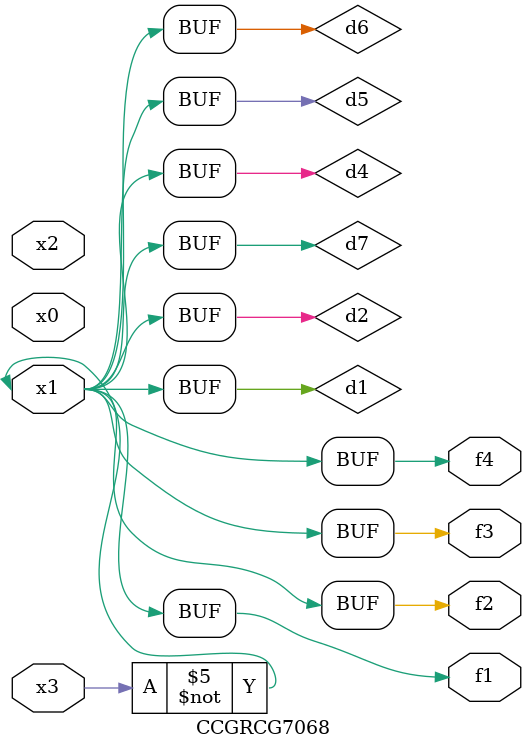
<source format=v>
module CCGRCG7068(
	input x0, x1, x2, x3,
	output f1, f2, f3, f4
);

	wire d1, d2, d3, d4, d5, d6, d7;

	not (d1, x3);
	buf (d2, x1);
	xnor (d3, d1, d2);
	nor (d4, d1);
	buf (d5, d1, d2);
	buf (d6, d4, d5);
	nand (d7, d4);
	assign f1 = d6;
	assign f2 = d7;
	assign f3 = d6;
	assign f4 = d6;
endmodule

</source>
